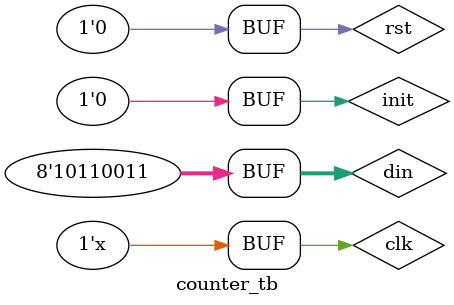
<source format=v>
`timescale 1ns / 1ps


module counter_tb;
reg clk, rst, init;
reg [7:0] din;
wire [7:0]out;

counter uut(.clk(clk),.rst(rst),.init(init),.din(din),.out(out));

initial begin
clk=1'b1;
end

always #10 clk=~clk;

initial
 begin
    rst = 1'b1; init=1'b0; din = 8'b10110011;
    #20 rst = 1'b0; init=1'b1; din = 8'b10110011;
    #10 init = 1'b0;
 end

 
endmodule

</source>
